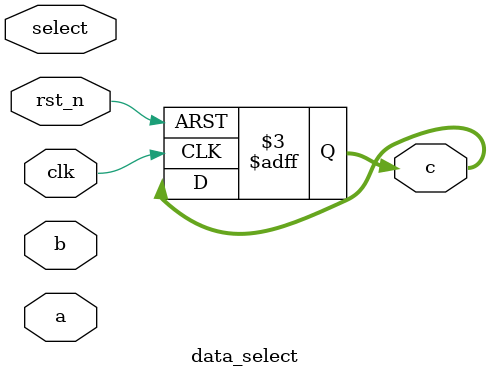
<source format=v>
`timescale 1ns/1ns
module data_select(
	input clk,
	input rst_n,
	input signed[7:0]a,
	input signed[7:0]b,
	input [1:0]select,
	output reg signed [8:0]c
);
reg signed [8:0]c_reg;
always @(posedge clk or negedge rst_n)begin
    if(!rst_n)begin
        c <= 9'b0;
    end
end

endmodule
</source>
